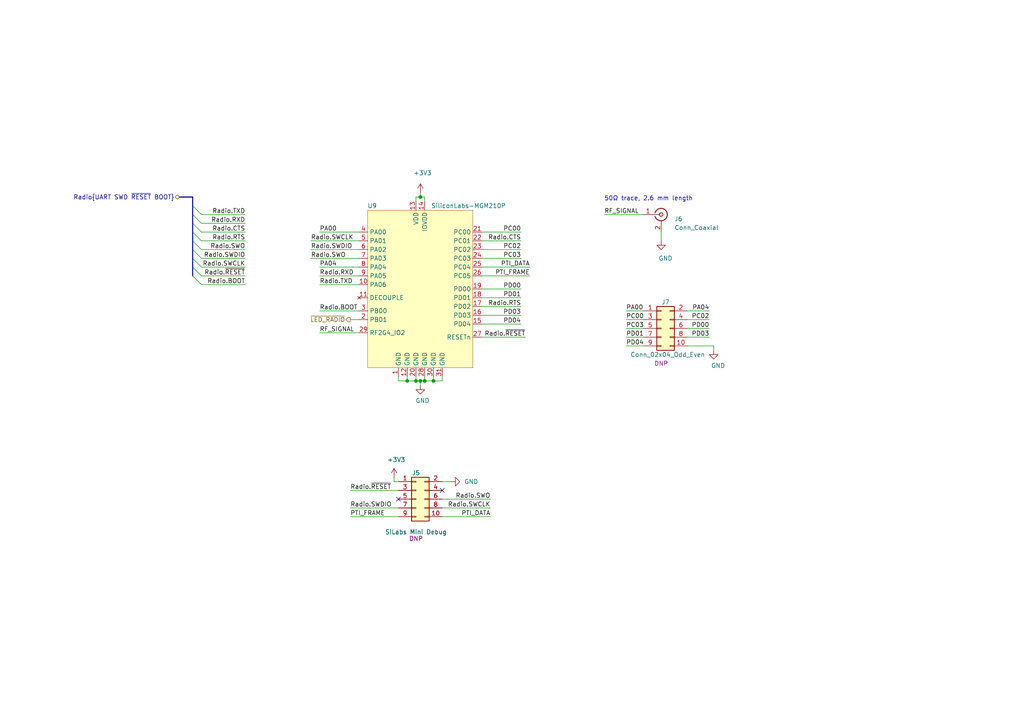
<source format=kicad_sch>
(kicad_sch (version 20210123) (generator eeschema)
  (paper "A4")
  (title_block (title "802.15.4 Radio (Zigbee/Thread)") (date "2021-01-12") (rev "0.1") (company "Nabu Casa") (comment 1 "www.nabucasa.com") (comment 2 "Light Blue"))
  (lib_symbols
    (symbol "Connector:Conn_Coaxial" (pin_names (offset 1.016) hide)
      (property "Reference" "J" (at 0.254 3.048 0))
      (property "Value" "Conn_Coaxial" (at 2.921 0 90))
      (symbol "Conn_Coaxial_0_1"
        (arc (start -1.778 0.508) (end 1.778 0) (radius (at -0.0508 0) (length 1.8034) (angles 163.6 0)) (stroke (width 0.254)))
        (arc (start 1.778 0) (end -1.778 -0.508) (radius (at -0.0254 0) (length 1.8034) (angles 0 -163.8)) (stroke (width 0.254)))
        (circle (center 0 0) (radius 0.508) (stroke (width 0.2032)))
        (polyline (pts (xy -2.54 0) (xy -0.508 0)))
        (polyline (pts (xy 0 -2.54) (xy 0 -1.778)))
      )
      (symbol "Conn_Coaxial_1_1"
        (pin passive line (at -5.08 0 0) (length 2.54) (name "In") (number "1"))
        (pin passive line (at 0 -5.08 90) (length 2.54) (name "Ext") (number "2"))
      )
    )
    (symbol "Connector_Generic:Conn_02x05_Odd_Even" (pin_names (offset 1.016) hide)
      (property "Reference" "J" (at 1.27 7.62 0))
      (property "Value" "Conn_02x05_Odd_Even" (at 1.27 -7.62 0))
      (symbol "Conn_02x05_Odd_Even_1_1"
        (rectangle (start -1.27 -4.953) (end 0 -5.207) (stroke (width 0.1524)))
        (rectangle (start -1.27 -2.413) (end 0 -2.667) (stroke (width 0.1524)))
        (rectangle (start -1.27 2.667) (end 0 2.413) (stroke (width 0.1524)))
        (rectangle (start -1.27 5.207) (end 0 4.953) (stroke (width 0.1524)))
        (rectangle (start -1.27 6.35) (end 3.81 -6.35) (stroke (width 0.254)) (fill (type background)))
        (rectangle (start -1.27 0.127) (end 0 -0.127) (stroke (width 0.1524)))
        (rectangle (start 3.81 -4.953) (end 2.54 -5.207) (stroke (width 0.1524)))
        (rectangle (start 3.81 -2.413) (end 2.54 -2.667) (stroke (width 0.1524)))
        (rectangle (start 3.81 2.667) (end 2.54 2.413) (stroke (width 0.1524)))
        (rectangle (start 3.81 5.207) (end 2.54 4.953) (stroke (width 0.1524)))
        (rectangle (start 3.81 0.127) (end 2.54 -0.127) (stroke (width 0.1524)))
        (pin passive line (at -5.08 5.08 0) (length 3.81) (name "Pin_1") (number "1"))
        (pin passive line (at 7.62 -5.08 180) (length 3.81) (name "Pin_10") (number "10"))
        (pin passive line (at 7.62 5.08 180) (length 3.81) (name "Pin_2") (number "2"))
        (pin passive line (at -5.08 2.54 0) (length 3.81) (name "Pin_3") (number "3"))
        (pin passive line (at 7.62 2.54 180) (length 3.81) (name "Pin_4") (number "4"))
        (pin passive line (at -5.08 0 0) (length 3.81) (name "Pin_5") (number "5"))
        (pin passive line (at 7.62 0 180) (length 3.81) (name "Pin_6") (number "6"))
        (pin passive line (at -5.08 -2.54 0) (length 3.81) (name "Pin_7") (number "7"))
        (pin passive line (at 7.62 -2.54 180) (length 3.81) (name "Pin_8") (number "8"))
        (pin passive line (at -5.08 -5.08 0) (length 3.81) (name "Pin_9") (number "9"))
      )
    )
    (symbol "LightBlue:SiliconLabs-MGM210P"
      (property "Reference" "U" (at -13.97 24.13 0))
      (property "Value" "SiliconLabs-MGM210P" (at 19.05 -25.4 0))
      (symbol "SiliconLabs-MGM210P_0_1"
        (rectangle (start -15.24 22.86) (end 15.24 -22.86) (stroke (width 0.001)) (fill (type background)))
      )
      (symbol "SiliconLabs-MGM210P_1_1"
        (pin power_in line (at -6.35 -25.4 90) (length 2.54) (name "GND") (number "1"))
        (pin power_in line (at -3.81 -25.4 90) (length 2.54) (name "GND") (number "12"))
        (pin power_in line (at -1.27 -25.4 90) (length 2.54) (name "GND") (number "20"))
        (pin power_in line (at 1.27 -25.4 90) (length 2.54) (name "GND") (number "28"))
        (pin power_in line (at 3.81 -25.4 90) (length 2.54) (name "GND") (number "30"))
        (pin power_in line (at 6.35 -25.4 90) (length 2.54) (name "GND") (number "31"))
        (pin power_in line (at -1.27 25.4 270) (length 2.54) (name "VDD") (number "13"))
        (pin power_in line (at 1.27 25.4 270) (length 2.54) (name "IOVDD") (number "14"))
        (pin bidirectional line (at -17.78 16.51 0) (length 2.54) (name "PA00") (number "4"))
        (pin bidirectional line (at -17.78 13.97 0) (length 2.54) (name "PA01") (number "5"))
        (pin bidirectional line (at -17.78 11.43 0) (length 2.54) (name "PA02") (number "6"))
        (pin bidirectional line (at -17.78 8.89 0) (length 2.54) (name "PA03") (number "7"))
        (pin bidirectional line (at -17.78 6.35 0) (length 2.54) (name "PA04") (number "8"))
        (pin bidirectional line (at -17.78 3.81 0) (length 2.54) (name "PA05") (number "9"))
        (pin bidirectional line (at -17.78 1.27 0) (length 2.54) (name "PA06") (number "10"))
        (pin no_connect line (at -17.78 -2.54 0) (length 2.54) (name "DECOUPLE") (number "11"))
        (pin bidirectional line (at -17.78 -6.35 0) (length 2.54) (name "PB00") (number "3"))
        (pin bidirectional line (at -17.78 -8.89 0) (length 2.54) (name "PB01") (number "2"))
        (pin bidirectional line (at 17.78 16.51 180) (length 2.54) (name "PC00") (number "21"))
        (pin bidirectional line (at 17.78 13.97 180) (length 2.54) (name "PC01") (number "22"))
        (pin bidirectional line (at 17.78 11.43 180) (length 2.54) (name "PC02") (number "23"))
        (pin bidirectional line (at 17.78 8.89 180) (length 2.54) (name "PC03") (number "24"))
        (pin bidirectional line (at 17.78 6.35 180) (length 2.54) (name "PC04") (number "25"))
        (pin bidirectional line (at 17.78 3.81 180) (length 2.54) (name "PC05") (number "26"))
        (pin bidirectional line (at 17.78 -13.97 180) (length 2.54) (name "RESETn") (number "27"))
        (pin input line (at -17.78 -12.7 0) (length 2.54) (name "RF2G4_IO2") (number "29"))
        (pin bidirectional line (at 17.78 0 180) (length 2.54) (name "PD00") (number "19"))
        (pin bidirectional line (at 17.78 -2.54 180) (length 2.54) (name "PD01") (number "18"))
        (pin bidirectional line (at 17.78 -5.08 180) (length 2.54) (name "PD02") (number "17"))
        (pin bidirectional line (at 17.78 -7.62 180) (length 2.54) (name "PD03") (number "16"))
        (pin bidirectional line (at 17.78 -10.16 180) (length 2.54) (name "PD04") (number "15"))
      )
    )
    (symbol "power:+3V3" (power) (pin_names (offset 0))
      (property "Value" "+3V3" (at 0 3.556 0))
      (symbol "+3V3_0_1"
        (polyline (pts (xy -0.762 1.27) (xy 0 2.54)))
        (polyline (pts (xy 0 0) (xy 0 2.54)))
        (polyline (pts (xy 0 2.54) (xy 0.762 1.27)))
      )
      (symbol "+3V3_1_1"
        (pin power_in line (at 0 0 90) (length 0) hide (name "+3V3") (number "1"))
      )
    )
    (symbol "power:GND" (power) (pin_names (offset 0))
      (property "Value" "GND" (at 0 -3.81 0))
      (symbol "GND_0_1"
        (polyline (pts (xy 0 0) (xy 0 -1.27) (xy 1.27 -1.27) (xy 0 -2.54) (xy -1.27 -1.27) (xy 0 -1.27)))
      )
      (symbol "GND_1_1"
        (pin power_in line (at 0 0 270) (length 0) hide (name "GND") (number "1"))
      )
    )
  )
  (bus_alias "SWD" (members "SWDIO" "SWCLK" "SWO"))
  (junction (at 118.11 110.49) (diameter 0.9144))
  (junction (at 120.65 110.49) (diameter 0.9144))
  (junction (at 121.92 57.15) (diameter 0.9144))
  (junction (at 121.92 110.49) (diameter 0.9144))
  (junction (at 123.19 110.49) (diameter 0.9144))
  (junction (at 125.73 110.49) (diameter 0.9144))
  (no_connect (at 115.57 144.78))
  (no_connect (at 128.27 142.24))
  (bus_entry (at 55.88 59.69) (size 2.54 2.54) (stroke (width 0.1524)))
  (bus_entry (at 55.88 62.23) (size 2.54 2.54) (stroke (width 0.1524)))
  (bus_entry (at 55.88 64.77) (size 2.54 2.54) (stroke (width 0.1524)))
  (bus_entry (at 55.88 67.31) (size 2.54 2.54) (stroke (width 0.1524)))
  (bus_entry (at 55.88 69.85) (size 2.54 2.54) (stroke (width 0.1524)))
  (bus_entry (at 55.88 72.39) (size 2.54 2.54) (stroke (width 0.1524)))
  (bus_entry (at 55.88 74.93) (size 2.54 2.54) (stroke (width 0.1524)))
  (bus_entry (at 55.88 77.47) (size 2.54 2.54) (stroke (width 0.1524)))
  (bus_entry (at 55.88 80.01) (size 2.54 2.54) (stroke (width 0.1524)))
  (wire (pts (xy 58.42 62.23) (xy 71.12 62.23)))
  (wire (pts (xy 58.42 64.77) (xy 71.12 64.77)))
  (wire (pts (xy 58.42 67.31) (xy 71.12 67.31)))
  (wire (pts (xy 58.42 69.85) (xy 71.12 69.85)))
  (wire (pts (xy 58.42 72.39) (xy 71.12 72.39)))
  (wire (pts (xy 58.42 74.93) (xy 71.12 74.93)))
  (wire (pts (xy 58.42 77.47) (xy 71.12 77.47)))
  (wire (pts (xy 58.42 80.01) (xy 71.12 80.01)))
  (wire (pts (xy 58.42 82.55) (xy 71.12 82.55)))
  (wire (pts (xy 90.17 69.85) (xy 104.14 69.85)))
  (wire (pts (xy 90.17 72.39) (xy 104.14 72.39)))
  (wire (pts (xy 90.17 74.93) (xy 104.14 74.93)))
  (wire (pts (xy 92.71 80.01) (xy 104.14 80.01)))
  (wire (pts (xy 92.71 82.55) (xy 104.14 82.55)))
  (wire (pts (xy 92.71 90.17) (xy 104.14 90.17)))
  (wire (pts (xy 92.71 96.52) (xy 104.14 96.52)))
  (wire (pts (xy 101.6 92.71) (xy 104.14 92.71)))
  (wire (pts (xy 101.6 142.24) (xy 115.57 142.24)))
  (wire (pts (xy 101.6 147.32) (xy 115.57 147.32)))
  (wire (pts (xy 101.6 149.86) (xy 115.57 149.86)))
  (wire (pts (xy 104.14 67.31) (xy 92.71 67.31)))
  (wire (pts (xy 104.14 77.47) (xy 92.71 77.47)))
  (wire (pts (xy 114.3 138.43) (xy 114.3 139.7)))
  (wire (pts (xy 114.3 139.7) (xy 115.57 139.7)))
  (wire (pts (xy 115.57 110.49) (xy 115.57 109.22)))
  (wire (pts (xy 118.11 109.22) (xy 118.11 110.49)))
  (wire (pts (xy 118.11 110.49) (xy 115.57 110.49)))
  (wire (pts (xy 120.65 57.15) (xy 120.65 58.42)))
  (wire (pts (xy 120.65 109.22) (xy 120.65 110.49)))
  (wire (pts (xy 120.65 110.49) (xy 118.11 110.49)))
  (wire (pts (xy 121.92 55.88) (xy 121.92 57.15)))
  (wire (pts (xy 121.92 57.15) (xy 120.65 57.15)))
  (wire (pts (xy 121.92 57.15) (xy 123.19 57.15)))
  (wire (pts (xy 121.92 110.49) (xy 120.65 110.49)))
  (wire (pts (xy 121.92 110.49) (xy 123.19 110.49)))
  (wire (pts (xy 121.92 111.76) (xy 121.92 110.49)))
  (wire (pts (xy 123.19 57.15) (xy 123.19 58.42)))
  (wire (pts (xy 123.19 110.49) (xy 123.19 109.22)))
  (wire (pts (xy 123.19 110.49) (xy 125.73 110.49)))
  (wire (pts (xy 125.73 110.49) (xy 125.73 109.22)))
  (wire (pts (xy 125.73 110.49) (xy 128.27 110.49)))
  (wire (pts (xy 128.27 110.49) (xy 128.27 109.22)))
  (wire (pts (xy 128.27 139.7) (xy 130.81 139.7)))
  (wire (pts (xy 139.7 67.31) (xy 151.13 67.31)))
  (wire (pts (xy 139.7 69.85) (xy 151.13 69.85)))
  (wire (pts (xy 139.7 72.39) (xy 151.13 72.39)))
  (wire (pts (xy 139.7 74.93) (xy 151.13 74.93)))
  (wire (pts (xy 139.7 83.82) (xy 151.13 83.82)))
  (wire (pts (xy 139.7 86.36) (xy 151.13 86.36)))
  (wire (pts (xy 139.7 88.9) (xy 151.13 88.9)))
  (wire (pts (xy 139.7 91.44) (xy 151.13 91.44)))
  (wire (pts (xy 139.7 93.98) (xy 151.13 93.98)))
  (wire (pts (xy 139.7 97.79) (xy 152.4 97.79)))
  (wire (pts (xy 142.24 144.78) (xy 128.27 144.78)))
  (wire (pts (xy 142.24 147.32) (xy 128.27 147.32)))
  (wire (pts (xy 142.24 149.86) (xy 128.27 149.86)))
  (wire (pts (xy 153.67 77.47) (xy 139.7 77.47)))
  (wire (pts (xy 153.67 80.01) (xy 139.7 80.01)))
  (wire (pts (xy 175.26 62.23) (xy 186.69 62.23)))
  (wire (pts (xy 181.61 90.17) (xy 186.69 90.17)))
  (wire (pts (xy 181.61 92.71) (xy 186.69 92.71)))
  (wire (pts (xy 181.61 95.25) (xy 186.69 95.25)))
  (wire (pts (xy 181.61 97.79) (xy 186.69 97.79)))
  (wire (pts (xy 181.61 100.33) (xy 186.69 100.33)))
  (wire (pts (xy 191.77 67.31) (xy 191.77 69.85)))
  (wire (pts (xy 205.74 90.17) (xy 199.39 90.17)))
  (wire (pts (xy 205.74 92.71) (xy 199.39 92.71)))
  (wire (pts (xy 205.74 95.25) (xy 199.39 95.25)))
  (wire (pts (xy 205.74 97.79) (xy 199.39 97.79)))
  (wire (pts (xy 207.01 100.33) (xy 199.39 100.33)))
  (wire (pts (xy 207.01 101.6) (xy 207.01 100.33)))
  (bus (pts (xy 52.07 57.15) (xy 55.88 57.15)))
  (bus (pts (xy 55.88 57.15) (xy 55.88 59.69)))
  (bus (pts (xy 55.88 59.69) (xy 55.88 62.23)))
  (bus (pts (xy 55.88 62.23) (xy 55.88 64.77)))
  (bus (pts (xy 55.88 64.77) (xy 55.88 67.31)))
  (bus (pts (xy 55.88 67.31) (xy 55.88 69.85)))
  (bus (pts (xy 55.88 69.85) (xy 55.88 72.39)))
  (bus (pts (xy 55.88 72.39) (xy 55.88 74.93)))
  (bus (pts (xy 55.88 74.93) (xy 55.88 77.47)))
  (bus (pts (xy 55.88 77.47) (xy 55.88 80.01)))
  (text "50Ω trace, 2.6 mm length" (at 175.26 58.42 0) (effects (font (size 1.27 1.27)) (justify left bottom)))
  (label "Radio.TXD" (at 71.12 62.23 180))
  (label "Radio.RXD" (at 71.12 64.77 180))
  (label "Radio.CTS" (at 71.12 67.31 180))
  (label "Radio.RTS" (at 71.12 69.85 180))
  (label "Radio.SWO" (at 71.12 72.39 180))
  (label "Radio.SWDIO" (at 71.12 74.93 180))
  (label "Radio.SWCLK" (at 71.12 77.47 180))
  (label "Radio.~RESET" (at 71.12 80.01 180))
  (label "Radio.BOOT" (at 71.12 82.55 180))
  (label "Radio.SWCLK" (at 90.17 69.85 0))
  (label "Radio.SWDIO" (at 90.17 72.39 0))
  (label "Radio.SWO" (at 90.17 74.93 0))
  (label "PA00" (at 92.71 67.31 0))
  (label "PA04" (at 92.71 77.47 0))
  (label "Radio.RXD" (at 92.71 80.01 0))
  (label "Radio.TXD" (at 92.71 82.55 0))
  (label "Radio.BOOT" (at 92.71 90.17 0))
  (label "RF_SIGNAL" (at 92.71 96.52 0))
  (label "Radio.~RESET" (at 101.6 142.24 0))
  (label "Radio.SWDIO" (at 101.6 147.32 0))
  (label "PTI_FRAME" (at 101.6 149.86 0))
  (label "Radio.SWO" (at 142.24 144.78 180))
  (label "Radio.SWCLK" (at 142.24 147.32 180))
  (label "PTI_DATA" (at 142.24 149.86 180))
  (label "PC00" (at 151.13 67.31 180))
  (label "Radio.CTS" (at 151.13 69.85 180))
  (label "PC02" (at 151.13 72.39 180))
  (label "PC03" (at 151.13 74.93 180))
  (label "PD00" (at 151.13 83.82 180))
  (label "PD01" (at 151.13 86.36 180))
  (label "Radio.RTS" (at 151.13 88.9 180))
  (label "PD03" (at 151.13 91.44 180))
  (label "PD04" (at 151.13 93.98 180))
  (label "Radio.~RESET" (at 152.4 97.79 180))
  (label "PTI_DATA" (at 153.67 77.47 180))
  (label "PTI_FRAME" (at 153.67 80.01 180))
  (label "RF_SIGNAL" (at 175.26 62.23 0))
  (label "PA00" (at 181.61 90.17 0))
  (label "PC00" (at 181.61 92.71 0))
  (label "PC03" (at 181.61 95.25 0))
  (label "PD01" (at 181.61 97.79 0))
  (label "PD04" (at 181.61 100.33 0))
  (label "PA04" (at 205.74 90.17 180))
  (label "PC02" (at 205.74 92.71 180))
  (label "PD00" (at 205.74 95.25 180))
  (label "PD03" (at 205.74 97.79 180))
  (hierarchical_label "Radio{UART SWD ~RESET BOOT}" (shape bidirectional) (at 52.07 57.15 180))
  (hierarchical_label "~LED_RADIO" (shape output) (at 101.6 92.71 180))
  (symbol (lib_id "power:+3V3") (at 114.3 138.43 0) (unit 1)
    (property "Reference" "#PWR0152" (effects hide))
    (property "Value" "+3V3" (at 114.935 133.35 0))
  )
  (symbol (lib_id "power:+3V3") (at 121.92 55.88 0) (unit 1)
    (property "Reference" "#PWR0154" (effects hide))
    (property "Value" "+3V3" (at 122.555 50.165 0))
  )
  (symbol (lib_id "power:GND") (at 121.92 111.76 0) (unit 1)
    (property "Reference" "#PWR0151" (effects hide))
    (property "Value" "GND" (at 122.555 116.205 0))
  )
  (symbol (lib_id "power:GND") (at 130.81 139.7 90) (unit 1)
    (property "Reference" "#PWR0153" (effects hide))
    (property "Value" "GND" (at 134.62 139.7 90) (effects (justify right)))
  )
  (symbol (lib_id "power:GND") (at 191.77 69.85 0) (unit 1)
    (property "Reference" "#PWR0156" (effects hide))
    (property "Value" "GND" (at 193.04 74.93 0))
  )
  (symbol (lib_id "power:GND") (at 207.01 101.6 0) (unit 1)
    (property "Reference" "#PWR0155" (effects hide))
    (property "Value" "GND" (at 208.28 106.045 0))
  )
  (symbol (lib_id "Connector:Conn_Coaxial") (at 191.77 62.23 0) (unit 1)
    (property "Reference" "J6" (at 195.58 63.5 0) (effects (justify left)))
    (property "Value" "Conn_Coaxial" (at 195.58 66.04 0) (effects (justify left)))
    (property "Footprint" "Connector_Coaxial:U.FL_Hirose_U.FL-R-SMT-1_Vertical" (effects hide))
    (property "Datasheet" " ~" (effects hide))
    (property "Manufacturer" "Linx Technologies" (effects hide))
    (property "PartNumber" "CONUFL001-SMD-T" (effects hide))
  )
  (symbol (lib_id "Connector_Generic:Conn_02x05_Odd_Even") (at 120.65 144.78 0) (unit 1)
    (property "Reference" "J5" (at 120.65 137.16 0))
    (property "Value" "SiLabs Mini Debug" (at 120.65 154.305 0))
    (property "Footprint" "Connector_PinHeader_1.27mm:PinHeader_2x05_P1.27mm_Vertical" (effects hide))
    (property "Config" "DNP" (at 120.65 156.21 0))
  )
  (symbol (lib_id "Connector_Generic:Conn_02x05_Odd_Even") (at 191.77 95.25 0) (unit 1)
    (property "Reference" "J7" (at 193.04 87.63 0))
    (property "Value" "Conn_02x04_Odd_Even" (at 193.675 102.87 0))
    (property "Footprint" "Connector_PinHeader_1.27mm:PinHeader_2x05_P1.27mm_Vertical" (effects hide))
    (property "Config" "DNP" (at 191.77 105.41 0))
    (property "Manufacturer" "Adam Tech" (effects hide))
    (property "PartNumber" "PH2-08-UA" (effects hide))
  )
  (symbol (lib_id "LightBlue:SiliconLabs-MGM210P") (at 121.92 83.82 0) (unit 1)
    (property "Reference" "U9" (at 107.95 59.69 0))
    (property "Value" "SiliconLabs-MGM210P" (at 135.89 59.69 0))
    (property "Footprint" "LightBlue:SiliconLabs_MGM210P" (effects hide))
    (property "Datasheet" "https://www.silabs.com/documents/public/data-sheets/mgm210p-datasheet.pdf" (effects hide))
    (property "Manufacturer" "Silicon Laboratories" (effects hide))
    (property "PartNumber" "MGM210PB32JIA2" (effects hide))
  )
)
</source>
